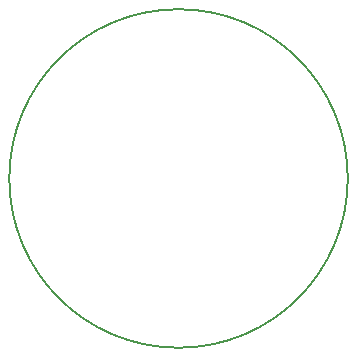
<source format=gm1>
G04 #@! TF.GenerationSoftware,KiCad,Pcbnew,5.0.2-bee76a0~70~ubuntu18.04.1*
G04 #@! TF.CreationDate,2019-09-23T19:43:07+01:00*
G04 #@! TF.ProjectId,charliewatch-norf-routed,63686172-6c69-4657-9761-7463682d6e6f,rev?*
G04 #@! TF.SameCoordinates,Original*
G04 #@! TF.FileFunction,Profile,NP*
%FSLAX46Y46*%
G04 Gerber Fmt 4.6, Leading zero omitted, Abs format (unit mm)*
G04 Created by KiCad (PCBNEW 5.0.2-bee76a0~70~ubuntu18.04.1) date Mon 23 Sep 2019 19:43:07 BST*
%MOMM*%
%LPD*%
G01*
G04 APERTURE LIST*
%ADD10C,0.127000*%
G04 APERTURE END LIST*
D10*
X162831781Y-105003600D02*
G75*
G03X162831781Y-105003600I-14330681J0D01*
G01*
M02*

</source>
